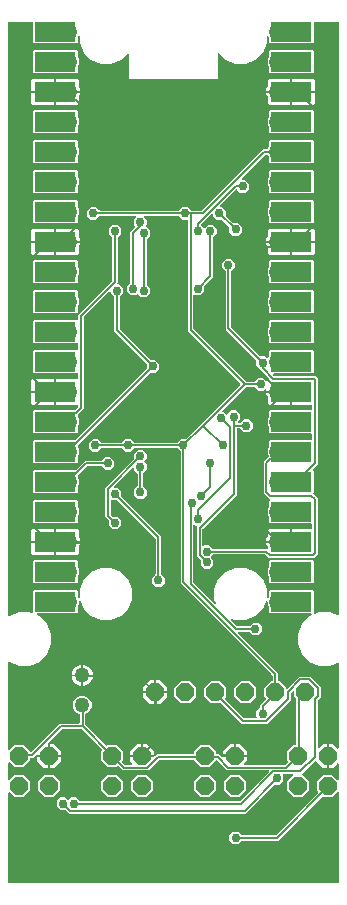
<source format=gbr>
G04 EAGLE Gerber RS-274X export*
G75*
%MOMM*%
%FSLAX34Y34*%
%LPD*%
%INTop Copper*%
%IPPOS*%
%AMOC8*
5,1,8,0,0,1.08239X$1,22.5*%
G01*
G04 Define Apertures*
%ADD10C,1.270000*%
%ADD11P,1.64956X8X22.5*%
%ADD12C,1.508000*%
%ADD13R,3.500000X1.700000*%
%ADD14C,0.152400*%
%ADD15C,0.756400*%
G36*
X114899Y110550D02*
X114602Y110490D01*
X109467Y110490D01*
X109181Y110546D01*
X108928Y110713D01*
X106665Y112976D01*
X106507Y113206D01*
X106442Y113503D01*
X106498Y113801D01*
X106665Y114054D01*
X106934Y114322D01*
X106934Y121898D01*
X101578Y127254D01*
X94002Y127254D01*
X93733Y126985D01*
X93503Y126827D01*
X93207Y126762D01*
X92909Y126818D01*
X92656Y126985D01*
X75661Y143980D01*
X75498Y144221D01*
X75438Y144519D01*
X75438Y153359D01*
X75491Y153639D01*
X75657Y153894D01*
X75908Y154063D01*
X77240Y154615D01*
X79455Y156830D01*
X80654Y159724D01*
X80654Y162856D01*
X79455Y165750D01*
X77240Y167965D01*
X74346Y169164D01*
X71214Y169164D01*
X68320Y167965D01*
X66105Y165750D01*
X64906Y162856D01*
X64906Y159724D01*
X66105Y156830D01*
X68320Y154615D01*
X70396Y153755D01*
X70634Y153598D01*
X70806Y153348D01*
X70866Y153051D01*
X70866Y146304D01*
X70815Y146029D01*
X70651Y145774D01*
X70401Y145602D01*
X70104Y145542D01*
X53917Y145542D01*
X29756Y121381D01*
X29515Y121218D01*
X29217Y121158D01*
X28956Y121158D01*
X28681Y121209D01*
X28426Y121373D01*
X28254Y121623D01*
X28200Y121892D01*
X22838Y127254D01*
X15262Y127254D01*
X11461Y123452D01*
X11241Y123299D01*
X10946Y123230D01*
X10647Y123280D01*
X10392Y123444D01*
X10220Y123694D01*
X10160Y123991D01*
X10160Y197169D01*
X10209Y197438D01*
X10370Y197695D01*
X10619Y197868D01*
X10916Y197931D01*
X11214Y197873D01*
X19333Y194510D01*
X28347Y194510D01*
X36676Y197960D01*
X43050Y204334D01*
X46500Y212663D01*
X46500Y221677D01*
X43050Y230006D01*
X36676Y236380D01*
X34576Y237250D01*
X34355Y237390D01*
X34176Y237635D01*
X34106Y237930D01*
X34157Y238229D01*
X34320Y238484D01*
X34570Y238656D01*
X34868Y238716D01*
X67991Y238716D01*
X68884Y239609D01*
X68884Y244033D01*
X68942Y244325D01*
X70024Y246937D01*
X70024Y248359D01*
X70069Y248616D01*
X70226Y248875D01*
X70472Y249053D01*
X70768Y249120D01*
X71066Y249067D01*
X71321Y248902D01*
X71490Y248650D01*
X74074Y242413D01*
X80307Y236179D01*
X88452Y232805D01*
X97268Y232805D01*
X105413Y236179D01*
X111646Y242413D01*
X115020Y250557D01*
X115020Y259373D01*
X111646Y267518D01*
X105413Y273752D01*
X97268Y277125D01*
X88452Y277125D01*
X80307Y273752D01*
X74074Y267518D01*
X70700Y259373D01*
X70700Y252742D01*
X70655Y252484D01*
X70498Y252225D01*
X70252Y252047D01*
X69956Y251980D01*
X69658Y252033D01*
X69404Y252199D01*
X69234Y252450D01*
X68942Y253155D01*
X68884Y253447D01*
X68884Y257871D01*
X67991Y258764D01*
X31729Y258764D01*
X30836Y257871D01*
X30836Y239940D01*
X30787Y239671D01*
X30626Y239414D01*
X30377Y239240D01*
X30080Y239178D01*
X29782Y239236D01*
X28347Y239830D01*
X19333Y239830D01*
X11214Y236467D01*
X10946Y236409D01*
X10647Y236460D01*
X10392Y236624D01*
X10220Y236874D01*
X10160Y237171D01*
X10160Y739078D01*
X10211Y739353D01*
X10375Y739608D01*
X10625Y739780D01*
X10922Y739840D01*
X30074Y739840D01*
X30349Y739789D01*
X30604Y739625D01*
X30776Y739375D01*
X30836Y739078D01*
X30836Y722209D01*
X31729Y721316D01*
X67991Y721316D01*
X68884Y722209D01*
X68884Y726633D01*
X68942Y726925D01*
X69234Y727630D01*
X69374Y727851D01*
X69619Y728030D01*
X69914Y728100D01*
X70213Y728049D01*
X70468Y727886D01*
X70640Y727635D01*
X70700Y727338D01*
X70700Y721697D01*
X74074Y713553D01*
X80307Y707319D01*
X88452Y703945D01*
X97268Y703945D01*
X105413Y707319D01*
X110924Y712830D01*
X111144Y712983D01*
X111439Y713053D01*
X111738Y713002D01*
X111993Y712839D01*
X112165Y712589D01*
X112225Y712292D01*
X112225Y691467D01*
X112234Y691412D01*
X112237Y691411D01*
X112277Y691405D01*
X187433Y691405D01*
X187488Y691414D01*
X187489Y691417D01*
X187495Y691457D01*
X187495Y712292D01*
X187542Y712555D01*
X187701Y712813D01*
X187949Y712988D01*
X188245Y713054D01*
X188543Y712998D01*
X188796Y712830D01*
X194307Y707319D01*
X202452Y703945D01*
X211268Y703945D01*
X219413Y707319D01*
X225646Y713553D01*
X229020Y721697D01*
X229020Y727338D01*
X229065Y727596D01*
X229222Y727855D01*
X229468Y728033D01*
X229764Y728100D01*
X230062Y728047D01*
X230317Y727881D01*
X230486Y727630D01*
X230778Y726925D01*
X230836Y726633D01*
X230836Y722209D01*
X231729Y721316D01*
X267991Y721316D01*
X268884Y722209D01*
X268884Y739078D01*
X268935Y739353D01*
X269099Y739608D01*
X269349Y739780D01*
X269646Y739840D01*
X289078Y739840D01*
X289353Y739789D01*
X289608Y739625D01*
X289780Y739375D01*
X289840Y739078D01*
X289840Y237867D01*
X289791Y237598D01*
X289630Y237341D01*
X289381Y237168D01*
X289084Y237105D01*
X288786Y237163D01*
X282347Y239830D01*
X273333Y239830D01*
X269655Y238307D01*
X269400Y238250D01*
X269100Y238296D01*
X268842Y238455D01*
X268667Y238702D01*
X268602Y238999D01*
X268657Y239297D01*
X268825Y239550D01*
X268884Y239609D01*
X268884Y257871D01*
X267991Y258764D01*
X231729Y258764D01*
X230836Y257871D01*
X230836Y253447D01*
X230778Y253155D01*
X230496Y252474D01*
X230356Y252253D01*
X230111Y252074D01*
X229816Y252004D01*
X229517Y252055D01*
X229262Y252219D01*
X229090Y252469D01*
X229030Y252766D01*
X229030Y259373D01*
X225656Y267518D01*
X219423Y273752D01*
X211278Y277125D01*
X202462Y277125D01*
X194317Y273752D01*
X188084Y267518D01*
X184710Y259373D01*
X184710Y250557D01*
X185924Y247626D01*
X185981Y247371D01*
X185935Y247071D01*
X185776Y246813D01*
X185529Y246637D01*
X185232Y246572D01*
X184934Y246628D01*
X184681Y246795D01*
X167101Y264376D01*
X166938Y264617D01*
X166878Y264915D01*
X166878Y312983D01*
X166925Y313246D01*
X167084Y313504D01*
X167332Y313679D01*
X167628Y313744D01*
X167926Y313689D01*
X168179Y313521D01*
X168490Y313210D01*
X169453Y313210D01*
X169717Y313163D01*
X169975Y313004D01*
X170150Y312756D01*
X170215Y312460D01*
X170160Y312162D01*
X169992Y311909D01*
X169926Y311843D01*
X169926Y287089D01*
X172779Y284236D01*
X172942Y283995D01*
X173002Y283697D01*
X173002Y279742D01*
X176110Y276634D01*
X180506Y276634D01*
X183614Y279742D01*
X183614Y284138D01*
X181779Y285973D01*
X181621Y286204D01*
X181556Y286500D01*
X181611Y286798D01*
X181779Y287051D01*
X183303Y288575D01*
X183544Y288738D01*
X183841Y288798D01*
X227337Y288798D01*
X227623Y288742D01*
X227876Y288575D01*
X230701Y285750D01*
X269171Y285750D01*
X272034Y288613D01*
X272034Y336227D01*
X268507Y339754D01*
X268349Y339984D01*
X268284Y340281D01*
X268339Y340579D01*
X268507Y340832D01*
X268884Y341209D01*
X268884Y359471D01*
X268327Y360028D01*
X268169Y360259D01*
X268104Y360555D01*
X268159Y360853D01*
X268327Y361106D01*
X272034Y364813D01*
X272034Y438335D01*
X270695Y439674D01*
X235959Y439674D01*
X235673Y439730D01*
X235420Y439897D01*
X234702Y440615D01*
X234549Y440835D01*
X234479Y441130D01*
X234530Y441429D01*
X234693Y441684D01*
X234943Y441856D01*
X235241Y441916D01*
X267991Y441916D01*
X268884Y442809D01*
X268884Y461071D01*
X267991Y461964D01*
X231729Y461964D01*
X230836Y461071D01*
X230836Y456647D01*
X230778Y456355D01*
X230344Y455306D01*
X230195Y455077D01*
X229948Y454901D01*
X229652Y454836D01*
X229354Y454892D01*
X229101Y455059D01*
X227750Y456410D01*
X223795Y456410D01*
X223509Y456466D01*
X223256Y456633D01*
X199105Y480784D01*
X198942Y481025D01*
X198882Y481323D01*
X198882Y527867D01*
X198938Y528153D01*
X199105Y528405D01*
X201902Y531202D01*
X201902Y535598D01*
X198794Y538706D01*
X194398Y538706D01*
X191290Y535598D01*
X191290Y531202D01*
X194087Y528405D01*
X194250Y528164D01*
X194310Y527867D01*
X194310Y479113D01*
X220023Y453400D01*
X220186Y453159D01*
X220246Y452861D01*
X220246Y448906D01*
X223043Y446109D01*
X223206Y445868D01*
X223262Y445589D01*
X230751Y438100D01*
X230909Y437870D01*
X230974Y437574D01*
X230918Y437276D01*
X230751Y437023D01*
X229678Y435950D01*
X229614Y435846D01*
X229366Y435671D01*
X229070Y435606D01*
X228772Y435661D01*
X228519Y435829D01*
X226226Y438122D01*
X221830Y438122D01*
X219033Y435325D01*
X218792Y435162D01*
X218495Y435102D01*
X211575Y435102D01*
X211289Y435158D01*
X211036Y435325D01*
X167101Y479260D01*
X166938Y479501D01*
X166878Y479799D01*
X166878Y508055D01*
X166925Y508318D01*
X167084Y508576D01*
X167332Y508751D01*
X167628Y508816D01*
X167926Y508761D01*
X168179Y508593D01*
X168490Y508282D01*
X172886Y508282D01*
X175994Y511390D01*
X175994Y515345D01*
X176050Y515631D01*
X176217Y515884D01*
X183642Y523309D01*
X183642Y556823D01*
X183698Y557109D01*
X183865Y557361D01*
X186662Y560158D01*
X186662Y564554D01*
X183554Y567662D01*
X179158Y567662D01*
X176561Y565065D01*
X176330Y564907D01*
X176034Y564842D01*
X175736Y564897D01*
X175483Y565065D01*
X173547Y567001D01*
X173389Y567231D01*
X173324Y567527D01*
X173380Y567825D01*
X173547Y568078D01*
X182369Y576900D01*
X182589Y577053D01*
X182884Y577123D01*
X183183Y577072D01*
X183438Y576909D01*
X183610Y576659D01*
X183670Y576361D01*
X183670Y575398D01*
X186778Y572290D01*
X190733Y572290D01*
X191019Y572234D01*
X191272Y572067D01*
X197163Y566176D01*
X197326Y565935D01*
X197386Y565637D01*
X197386Y561682D01*
X200494Y558574D01*
X204890Y558574D01*
X207998Y561682D01*
X207998Y566078D01*
X204890Y569186D01*
X200935Y569186D01*
X200649Y569242D01*
X200396Y569409D01*
X194505Y575300D01*
X194342Y575541D01*
X194282Y575839D01*
X194282Y579794D01*
X191174Y582902D01*
X190211Y582902D01*
X189947Y582949D01*
X189689Y583108D01*
X189514Y583356D01*
X189449Y583652D01*
X189504Y583950D01*
X189672Y584203D01*
X203066Y597597D01*
X203296Y597755D01*
X203592Y597820D01*
X203891Y597764D01*
X204143Y597597D01*
X206590Y595150D01*
X210986Y595150D01*
X214094Y598258D01*
X214094Y602654D01*
X210986Y605762D01*
X208499Y605762D01*
X208235Y605809D01*
X207977Y605968D01*
X207802Y606216D01*
X207737Y606512D01*
X207792Y606810D01*
X207960Y607063D01*
X227800Y626903D01*
X228041Y627066D01*
X228339Y627126D01*
X229523Y627126D01*
X229803Y627073D01*
X230057Y626907D01*
X230227Y626656D01*
X230778Y625325D01*
X230836Y625033D01*
X230836Y620609D01*
X231729Y619716D01*
X267991Y619716D01*
X268884Y620609D01*
X268884Y638871D01*
X267991Y639764D01*
X231729Y639764D01*
X230836Y638871D01*
X230836Y634447D01*
X230778Y634155D01*
X229955Y632168D01*
X229798Y631930D01*
X229548Y631758D01*
X229251Y631698D01*
X226129Y631698D01*
X174536Y580105D01*
X174295Y579942D01*
X173997Y579882D01*
X165553Y579882D01*
X165267Y579938D01*
X165015Y580105D01*
X162218Y582902D01*
X157822Y582902D01*
X155025Y580105D01*
X154784Y579942D01*
X154487Y579882D01*
X87829Y579882D01*
X87543Y579938D01*
X87291Y580105D01*
X84494Y582902D01*
X80098Y582902D01*
X76990Y579794D01*
X76990Y575398D01*
X80098Y572290D01*
X84494Y572290D01*
X87291Y575087D01*
X87532Y575250D01*
X87829Y575310D01*
X117911Y575310D01*
X118174Y575263D01*
X118432Y575104D01*
X118607Y574856D01*
X118672Y574560D01*
X118617Y574262D01*
X118449Y574009D01*
X116614Y572174D01*
X116614Y567778D01*
X117537Y566855D01*
X117695Y566625D01*
X117760Y566329D01*
X117704Y566031D01*
X117537Y565778D01*
X113538Y561779D01*
X113538Y519121D01*
X113482Y518835D01*
X113315Y518583D01*
X110518Y515786D01*
X110518Y511390D01*
X113626Y508282D01*
X118022Y508282D01*
X119095Y509355D01*
X119326Y509513D01*
X119622Y509578D01*
X119920Y509523D01*
X120173Y509355D01*
X122770Y506758D01*
X127166Y506758D01*
X130274Y509866D01*
X130274Y514262D01*
X127477Y517059D01*
X127314Y517300D01*
X127254Y517597D01*
X127254Y555299D01*
X127310Y555585D01*
X127477Y555837D01*
X130274Y558634D01*
X130274Y563030D01*
X127049Y566255D01*
X126904Y566344D01*
X126729Y566592D01*
X126664Y566888D01*
X126719Y567186D01*
X126887Y567439D01*
X127226Y567778D01*
X127226Y572174D01*
X125391Y574009D01*
X125238Y574229D01*
X125168Y574524D01*
X125219Y574823D01*
X125382Y575078D01*
X125632Y575250D01*
X125929Y575310D01*
X154487Y575310D01*
X154773Y575254D01*
X155025Y575087D01*
X157822Y572290D01*
X161544Y572290D01*
X161819Y572239D01*
X162074Y572075D01*
X162246Y571825D01*
X162306Y571528D01*
X162306Y477589D01*
X206540Y433355D01*
X206698Y433124D01*
X206763Y432828D01*
X206708Y432530D01*
X206540Y432277D01*
X160792Y386529D01*
X160551Y386366D01*
X160253Y386306D01*
X156298Y386306D01*
X153501Y383509D01*
X153260Y383346D01*
X152963Y383286D01*
X116785Y383286D01*
X116499Y383342D01*
X116247Y383509D01*
X113450Y386306D01*
X109054Y386306D01*
X106257Y383509D01*
X106016Y383346D01*
X105719Y383286D01*
X89353Y383286D01*
X89067Y383342D01*
X88815Y383509D01*
X86018Y386306D01*
X81622Y386306D01*
X78514Y383198D01*
X78514Y378802D01*
X81622Y375694D01*
X86018Y375694D01*
X88815Y378491D01*
X89056Y378654D01*
X89353Y378714D01*
X105719Y378714D01*
X106005Y378658D01*
X106257Y378491D01*
X109054Y375694D01*
X113450Y375694D01*
X116247Y378491D01*
X116488Y378654D01*
X116785Y378714D01*
X152963Y378714D01*
X153249Y378658D01*
X153501Y378491D01*
X155987Y376005D01*
X156150Y375764D01*
X156210Y375467D01*
X156210Y264229D01*
X233711Y186728D01*
X233874Y186487D01*
X233934Y186189D01*
X233934Y181991D01*
X233883Y181716D01*
X233719Y181461D01*
X233469Y181289D01*
X233172Y181229D01*
X232432Y181229D01*
X227076Y175873D01*
X227076Y168297D01*
X228297Y167076D01*
X228455Y166846D01*
X228521Y166549D01*
X228465Y166251D01*
X228297Y165998D01*
X223266Y160967D01*
X223266Y159457D01*
X223210Y159171D01*
X223043Y158919D01*
X220246Y156122D01*
X220246Y151726D01*
X220557Y151415D01*
X220710Y151195D01*
X220780Y150900D01*
X220729Y150601D01*
X220566Y150346D01*
X220316Y150174D01*
X220019Y150114D01*
X210051Y150114D01*
X209765Y150170D01*
X209512Y150337D01*
X193597Y166252D01*
X193439Y166483D01*
X193373Y166779D01*
X193429Y167077D01*
X193597Y167330D01*
X194564Y168297D01*
X194564Y175873D01*
X189208Y181229D01*
X181632Y181229D01*
X176276Y175873D01*
X176276Y168297D01*
X181632Y162941D01*
X189208Y162941D01*
X189286Y163019D01*
X189517Y163177D01*
X189813Y163243D01*
X190111Y163187D01*
X190364Y163019D01*
X207841Y145542D01*
X229547Y145542D01*
X249174Y165169D01*
X249174Y170949D01*
X249230Y171235D01*
X249397Y171488D01*
X251175Y173266D01*
X251395Y173419D01*
X251690Y173489D01*
X251989Y173438D01*
X252244Y173275D01*
X252416Y173025D01*
X252476Y172727D01*
X252476Y168297D01*
X253523Y167251D01*
X253686Y167009D01*
X253746Y166712D01*
X253746Y128016D01*
X253695Y127741D01*
X253531Y127486D01*
X253281Y127314D01*
X252984Y127254D01*
X251482Y127254D01*
X246126Y121898D01*
X246126Y114322D01*
X246649Y113799D01*
X246807Y113569D01*
X246872Y113273D01*
X246816Y112975D01*
X246649Y112722D01*
X244640Y110713D01*
X244399Y110550D01*
X244101Y110490D01*
X210518Y110490D01*
X210255Y110537D01*
X209997Y110696D01*
X209821Y110944D01*
X209756Y111240D01*
X209812Y111538D01*
X209979Y111791D01*
X212090Y113902D01*
X212090Y117348D01*
X191389Y117348D01*
X191389Y117457D01*
X191316Y117406D01*
X191020Y117341D01*
X190722Y117396D01*
X190469Y117564D01*
X188399Y119634D01*
X186436Y119634D01*
X186161Y119685D01*
X185906Y119849D01*
X185734Y120099D01*
X185674Y120396D01*
X185674Y121898D01*
X180318Y127254D01*
X172742Y127254D01*
X167386Y121898D01*
X167386Y120396D01*
X167335Y120121D01*
X167171Y119866D01*
X166921Y119694D01*
X166624Y119634D01*
X136213Y119634D01*
X134651Y118072D01*
X134431Y117919D01*
X134136Y117849D01*
X133837Y117900D01*
X133731Y117968D01*
X133731Y117348D01*
X113030Y117348D01*
X113030Y113902D01*
X115141Y111791D01*
X115294Y111571D01*
X115364Y111276D01*
X115313Y110977D01*
X115149Y110722D01*
X114899Y110550D01*
G37*
%LPC*%
G36*
X231729Y695916D02*
X267991Y695916D01*
X268884Y696809D01*
X268884Y715071D01*
X267991Y715964D01*
X231729Y715964D01*
X230836Y715071D01*
X230836Y710647D01*
X230778Y710355D01*
X229696Y707743D01*
X229696Y704137D01*
X230778Y701525D01*
X230836Y701233D01*
X230836Y696809D01*
X231729Y695916D01*
G37*
G36*
X31729Y695916D02*
X67991Y695916D01*
X68884Y696809D01*
X68884Y701233D01*
X68942Y701525D01*
X70024Y704137D01*
X70024Y707743D01*
X68942Y710355D01*
X68884Y710647D01*
X68884Y715071D01*
X67991Y715964D01*
X31729Y715964D01*
X30836Y715071D01*
X30836Y696809D01*
X31729Y695916D01*
G37*
G36*
X250622Y681302D02*
X269900Y681302D01*
X269900Y690092D01*
X268412Y691580D01*
X250622Y691580D01*
X250622Y681302D01*
G37*
G36*
X50622Y669500D02*
X68412Y669500D01*
X69900Y670988D01*
X69900Y675631D01*
X69958Y675923D01*
X71040Y678535D01*
X71040Y679778D01*
X60198Y679778D01*
X60198Y681302D01*
X71040Y681302D01*
X71040Y682545D01*
X69958Y685157D01*
X69900Y685449D01*
X69900Y690092D01*
X68412Y691580D01*
X50622Y691580D01*
X50622Y669500D01*
G37*
G36*
X231308Y669500D02*
X249098Y669500D01*
X249098Y691580D01*
X231308Y691580D01*
X229820Y690092D01*
X229820Y685449D01*
X229762Y685157D01*
X228680Y682545D01*
X228680Y681302D01*
X239522Y681302D01*
X239522Y679778D01*
X228680Y679778D01*
X228680Y678535D01*
X229762Y675923D01*
X229820Y675631D01*
X229820Y670988D01*
X231308Y669500D01*
G37*
G36*
X29820Y681302D02*
X49098Y681302D01*
X49098Y691580D01*
X31308Y691580D01*
X29820Y690092D01*
X29820Y681302D01*
G37*
G36*
X250622Y669500D02*
X268412Y669500D01*
X269900Y670988D01*
X269900Y679778D01*
X250622Y679778D01*
X250622Y669500D01*
G37*
G36*
X31308Y669500D02*
X49098Y669500D01*
X49098Y679778D01*
X29820Y679778D01*
X29820Y670988D01*
X31308Y669500D01*
G37*
G36*
X31729Y645116D02*
X67991Y645116D01*
X68884Y646009D01*
X68884Y650433D01*
X68942Y650725D01*
X70024Y653337D01*
X70024Y656943D01*
X68942Y659555D01*
X68884Y659847D01*
X68884Y664271D01*
X67991Y665164D01*
X31729Y665164D01*
X30836Y664271D01*
X30836Y646009D01*
X31729Y645116D01*
G37*
G36*
X231729Y645116D02*
X267991Y645116D01*
X268884Y646009D01*
X268884Y664271D01*
X267991Y665164D01*
X231729Y665164D01*
X230836Y664271D01*
X230836Y659847D01*
X230778Y659555D01*
X229696Y656943D01*
X229696Y653337D01*
X230778Y650725D01*
X230836Y650433D01*
X230836Y646009D01*
X231729Y645116D01*
G37*
G36*
X31729Y619716D02*
X67991Y619716D01*
X68884Y620609D01*
X68884Y625033D01*
X68942Y625325D01*
X70024Y627937D01*
X70024Y631543D01*
X68942Y634155D01*
X68884Y634447D01*
X68884Y638871D01*
X67991Y639764D01*
X31729Y639764D01*
X30836Y638871D01*
X30836Y620609D01*
X31729Y619716D01*
G37*
G36*
X231729Y594316D02*
X267991Y594316D01*
X268884Y595209D01*
X268884Y613471D01*
X267991Y614364D01*
X231729Y614364D01*
X230836Y613471D01*
X230836Y609047D01*
X230778Y608755D01*
X229696Y606143D01*
X229696Y602537D01*
X230778Y599925D01*
X230836Y599633D01*
X230836Y595209D01*
X231729Y594316D01*
G37*
G36*
X31729Y594316D02*
X67991Y594316D01*
X68884Y595209D01*
X68884Y599633D01*
X68942Y599925D01*
X70024Y602537D01*
X70024Y606143D01*
X68942Y608755D01*
X68884Y609047D01*
X68884Y613471D01*
X67991Y614364D01*
X31729Y614364D01*
X30836Y613471D01*
X30836Y595209D01*
X31729Y594316D01*
G37*
G36*
X231729Y568916D02*
X267991Y568916D01*
X268884Y569809D01*
X268884Y588071D01*
X267991Y588964D01*
X231729Y588964D01*
X230836Y588071D01*
X230836Y583647D01*
X230778Y583355D01*
X229696Y580743D01*
X229696Y577137D01*
X230778Y574525D01*
X230836Y574233D01*
X230836Y569809D01*
X231729Y568916D01*
G37*
G36*
X31729Y568916D02*
X67991Y568916D01*
X68884Y569809D01*
X68884Y574233D01*
X68942Y574525D01*
X70024Y577137D01*
X70024Y580743D01*
X68942Y583355D01*
X68884Y583647D01*
X68884Y588071D01*
X67991Y588964D01*
X31729Y588964D01*
X30836Y588071D01*
X30836Y569809D01*
X31729Y568916D01*
G37*
G36*
X31729Y365716D02*
X67991Y365716D01*
X68884Y366609D01*
X68884Y371033D01*
X68942Y371325D01*
X70024Y373937D01*
X70024Y377543D01*
X68942Y380155D01*
X68884Y380447D01*
X68884Y380803D01*
X68940Y381089D01*
X69107Y381342D01*
X130292Y442527D01*
X130533Y442690D01*
X130831Y442750D01*
X134786Y442750D01*
X137894Y445858D01*
X137894Y450254D01*
X134786Y453362D01*
X130831Y453362D01*
X130545Y453418D01*
X130292Y453585D01*
X104617Y479260D01*
X104454Y479501D01*
X104394Y479799D01*
X104394Y506531D01*
X104450Y506817D01*
X104617Y507069D01*
X107414Y509866D01*
X107414Y514262D01*
X104306Y517370D01*
X103343Y517370D01*
X103079Y517417D01*
X102821Y517576D01*
X102646Y517824D01*
X102581Y518120D01*
X102636Y518418D01*
X102804Y518671D01*
X102870Y518737D01*
X102870Y556823D01*
X102926Y557109D01*
X103093Y557361D01*
X105890Y560158D01*
X105890Y564554D01*
X102782Y567662D01*
X98386Y567662D01*
X95278Y564554D01*
X95278Y560158D01*
X98075Y557361D01*
X98238Y557120D01*
X98298Y556823D01*
X98298Y520947D01*
X98242Y520661D01*
X98075Y520408D01*
X69342Y491675D01*
X69342Y487853D01*
X69295Y487590D01*
X69136Y487332D01*
X68888Y487156D01*
X68592Y487091D01*
X68294Y487147D01*
X68041Y487314D01*
X67991Y487364D01*
X31729Y487364D01*
X30836Y486471D01*
X30836Y468209D01*
X31729Y467316D01*
X67991Y467316D01*
X68041Y467366D01*
X68261Y467519D01*
X68556Y467589D01*
X68855Y467538D01*
X69110Y467374D01*
X69282Y467124D01*
X69342Y466827D01*
X69342Y462453D01*
X69295Y462190D01*
X69136Y461932D01*
X68888Y461756D01*
X68592Y461691D01*
X68294Y461747D01*
X68041Y461914D01*
X67991Y461964D01*
X31729Y461964D01*
X30836Y461071D01*
X30836Y442809D01*
X31729Y441916D01*
X67991Y441916D01*
X68041Y441966D01*
X68261Y442119D01*
X68556Y442189D01*
X68855Y442138D01*
X69110Y441974D01*
X69282Y441724D01*
X69342Y441427D01*
X69342Y438342D01*
X69291Y438067D01*
X69127Y437812D01*
X68877Y437640D01*
X68580Y437580D01*
X50622Y437580D01*
X50622Y415500D01*
X68580Y415500D01*
X68855Y415449D01*
X69110Y415285D01*
X69282Y415035D01*
X69342Y414738D01*
X69342Y414267D01*
X69286Y413981D01*
X69119Y413728D01*
X66778Y411387D01*
X66537Y411224D01*
X66239Y411164D01*
X31729Y411164D01*
X30836Y410271D01*
X30836Y392009D01*
X31729Y391116D01*
X67991Y391116D01*
X68884Y392009D01*
X68884Y396433D01*
X68942Y396725D01*
X70024Y399337D01*
X70024Y402943D01*
X68942Y405555D01*
X68884Y405847D01*
X68884Y406711D01*
X68940Y406997D01*
X69107Y407250D01*
X73914Y412057D01*
X73914Y489465D01*
X73970Y489751D01*
X74137Y490004D01*
X95501Y511368D01*
X95721Y511521D01*
X96016Y511591D01*
X96315Y511540D01*
X96570Y511377D01*
X96742Y511127D01*
X96802Y510829D01*
X96802Y509866D01*
X99599Y507069D01*
X99762Y506828D01*
X99822Y506531D01*
X99822Y477589D01*
X127059Y450352D01*
X127222Y450111D01*
X127282Y449813D01*
X127282Y446299D01*
X127226Y446013D01*
X127059Y445760D01*
X67286Y385987D01*
X67045Y385824D01*
X66747Y385764D01*
X31729Y385764D01*
X30836Y384871D01*
X30836Y366609D01*
X31729Y365716D01*
G37*
G36*
X231308Y542500D02*
X249098Y542500D01*
X249098Y564580D01*
X231308Y564580D01*
X229820Y563092D01*
X229820Y558449D01*
X229762Y558157D01*
X228680Y555545D01*
X228680Y554302D01*
X239522Y554302D01*
X239522Y552778D01*
X228680Y552778D01*
X228680Y551535D01*
X229762Y548923D01*
X229820Y548631D01*
X229820Y543988D01*
X231308Y542500D01*
G37*
G36*
X50622Y542500D02*
X68412Y542500D01*
X69900Y543988D01*
X69900Y548631D01*
X69958Y548923D01*
X71040Y551535D01*
X71040Y552778D01*
X60198Y552778D01*
X60198Y554302D01*
X71040Y554302D01*
X71040Y555545D01*
X69958Y558157D01*
X69900Y558449D01*
X69900Y563092D01*
X68412Y564580D01*
X50622Y564580D01*
X50622Y542500D01*
G37*
G36*
X250622Y554302D02*
X269900Y554302D01*
X269900Y563092D01*
X268412Y564580D01*
X250622Y564580D01*
X250622Y554302D01*
G37*
G36*
X29820Y554302D02*
X49098Y554302D01*
X49098Y564580D01*
X31308Y564580D01*
X29820Y563092D01*
X29820Y554302D01*
G37*
G36*
X250622Y542500D02*
X268412Y542500D01*
X269900Y543988D01*
X269900Y552778D01*
X250622Y552778D01*
X250622Y542500D01*
G37*
G36*
X31308Y542500D02*
X49098Y542500D01*
X49098Y552778D01*
X29820Y552778D01*
X29820Y543988D01*
X31308Y542500D01*
G37*
G36*
X231729Y518116D02*
X267991Y518116D01*
X268884Y519009D01*
X268884Y537271D01*
X267991Y538164D01*
X231729Y538164D01*
X230836Y537271D01*
X230836Y532847D01*
X230778Y532555D01*
X229696Y529943D01*
X229696Y526337D01*
X230778Y523725D01*
X230836Y523433D01*
X230836Y519009D01*
X231729Y518116D01*
G37*
G36*
X31729Y518116D02*
X67991Y518116D01*
X68884Y519009D01*
X68884Y523433D01*
X68942Y523725D01*
X70024Y526337D01*
X70024Y529943D01*
X68942Y532555D01*
X68884Y532847D01*
X68884Y537271D01*
X67991Y538164D01*
X31729Y538164D01*
X30836Y537271D01*
X30836Y519009D01*
X31729Y518116D01*
G37*
G36*
X31729Y492716D02*
X67991Y492716D01*
X68884Y493609D01*
X68884Y498033D01*
X68942Y498325D01*
X70024Y500937D01*
X70024Y504543D01*
X68942Y507155D01*
X68884Y507447D01*
X68884Y511871D01*
X67991Y512764D01*
X31729Y512764D01*
X30836Y511871D01*
X30836Y493609D01*
X31729Y492716D01*
G37*
G36*
X231729Y492716D02*
X267991Y492716D01*
X268884Y493609D01*
X268884Y511871D01*
X267991Y512764D01*
X231729Y512764D01*
X230836Y511871D01*
X230836Y507447D01*
X230778Y507155D01*
X229696Y504543D01*
X229696Y500937D01*
X230778Y498325D01*
X230836Y498033D01*
X230836Y493609D01*
X231729Y492716D01*
G37*
G36*
X231729Y467316D02*
X267991Y467316D01*
X268884Y468209D01*
X268884Y486471D01*
X267991Y487364D01*
X231729Y487364D01*
X230836Y486471D01*
X230836Y482047D01*
X230778Y481755D01*
X229696Y479143D01*
X229696Y475537D01*
X230778Y472925D01*
X230836Y472633D01*
X230836Y468209D01*
X231729Y467316D01*
G37*
G36*
X29820Y427302D02*
X49098Y427302D01*
X49098Y437580D01*
X31308Y437580D01*
X29820Y436092D01*
X29820Y427302D01*
G37*
G36*
X31308Y415500D02*
X49098Y415500D01*
X49098Y425778D01*
X29820Y425778D01*
X29820Y416988D01*
X31308Y415500D01*
G37*
G36*
X134962Y261394D02*
X139358Y261394D01*
X142466Y264502D01*
X142466Y268898D01*
X139669Y271695D01*
X139506Y271936D01*
X139446Y272233D01*
X139446Y304223D01*
X106113Y337556D01*
X105950Y337797D01*
X105890Y338095D01*
X105890Y342050D01*
X102782Y345158D01*
X100295Y345158D01*
X100031Y345205D01*
X99773Y345364D01*
X99598Y345612D01*
X99533Y345908D01*
X99588Y346206D01*
X99756Y346459D01*
X115313Y362016D01*
X115533Y362169D01*
X115828Y362239D01*
X116127Y362188D01*
X116382Y362025D01*
X116554Y361775D01*
X116614Y361477D01*
X116614Y360514D01*
X119411Y357717D01*
X119574Y357476D01*
X119634Y357179D01*
X119634Y346909D01*
X119578Y346623D01*
X119411Y346371D01*
X116614Y343574D01*
X116614Y339178D01*
X119722Y336070D01*
X124118Y336070D01*
X127226Y339178D01*
X127226Y343574D01*
X124429Y346371D01*
X124266Y346612D01*
X124206Y346909D01*
X124206Y357179D01*
X124262Y357465D01*
X124429Y357717D01*
X127226Y360514D01*
X127226Y364910D01*
X125391Y366745D01*
X125233Y366976D01*
X125168Y367272D01*
X125223Y367570D01*
X125391Y367823D01*
X127226Y369658D01*
X127226Y374054D01*
X124118Y377162D01*
X119722Y377162D01*
X116614Y374054D01*
X116614Y370099D01*
X116558Y369813D01*
X116391Y369560D01*
X92202Y345371D01*
X92202Y320617D01*
X95055Y317764D01*
X95218Y317523D01*
X95278Y317225D01*
X95278Y313270D01*
X98386Y310162D01*
X102782Y310162D01*
X105890Y313270D01*
X105890Y317666D01*
X102782Y320774D01*
X98827Y320774D01*
X98541Y320830D01*
X98288Y320997D01*
X96997Y322288D01*
X96834Y322529D01*
X96774Y322827D01*
X96774Y334319D01*
X96821Y334582D01*
X96980Y334840D01*
X97228Y335015D01*
X97524Y335080D01*
X97822Y335025D01*
X98075Y334857D01*
X98386Y334546D01*
X102341Y334546D01*
X102627Y334490D01*
X102880Y334323D01*
X134651Y302552D01*
X134814Y302311D01*
X134874Y302013D01*
X134874Y272233D01*
X134818Y271947D01*
X134651Y271695D01*
X131854Y268898D01*
X131854Y264502D01*
X134962Y261394D01*
G37*
G36*
X31729Y340316D02*
X67991Y340316D01*
X68884Y341209D01*
X68884Y345633D01*
X68942Y345925D01*
X70024Y348537D01*
X70024Y352143D01*
X68986Y354648D01*
X68928Y354928D01*
X68984Y355226D01*
X69152Y355479D01*
X76924Y363251D01*
X77165Y363414D01*
X77463Y363474D01*
X88955Y363474D01*
X89241Y363418D01*
X89493Y363251D01*
X92290Y360454D01*
X96686Y360454D01*
X99794Y363562D01*
X99794Y367958D01*
X96686Y371066D01*
X92290Y371066D01*
X89493Y368269D01*
X89252Y368106D01*
X88955Y368046D01*
X75253Y368046D01*
X67794Y360587D01*
X67553Y360424D01*
X67255Y360364D01*
X31729Y360364D01*
X30836Y359471D01*
X30836Y341209D01*
X31729Y340316D01*
G37*
G36*
X31729Y314916D02*
X67991Y314916D01*
X68884Y315809D01*
X68884Y320233D01*
X68942Y320525D01*
X70024Y323137D01*
X70024Y326743D01*
X68942Y329355D01*
X68884Y329647D01*
X68884Y334071D01*
X67991Y334964D01*
X31729Y334964D01*
X30836Y334071D01*
X30836Y315809D01*
X31729Y314916D01*
G37*
G36*
X50622Y288500D02*
X68412Y288500D01*
X69900Y289988D01*
X69900Y294631D01*
X69958Y294923D01*
X71040Y297535D01*
X71040Y298778D01*
X60198Y298778D01*
X60198Y300302D01*
X71040Y300302D01*
X71040Y301545D01*
X69958Y304157D01*
X69900Y304449D01*
X69900Y309092D01*
X68412Y310580D01*
X50622Y310580D01*
X50622Y288500D01*
G37*
G36*
X29820Y300302D02*
X49098Y300302D01*
X49098Y310580D01*
X31308Y310580D01*
X29820Y309092D01*
X29820Y300302D01*
G37*
G36*
X31308Y288500D02*
X49098Y288500D01*
X49098Y298778D01*
X29820Y298778D01*
X29820Y289988D01*
X31308Y288500D01*
G37*
G36*
X231729Y264116D02*
X267991Y264116D01*
X268884Y265009D01*
X268884Y283271D01*
X267991Y284164D01*
X231729Y284164D01*
X230836Y283271D01*
X230836Y278847D01*
X230778Y278555D01*
X229696Y275943D01*
X229696Y272337D01*
X230778Y269725D01*
X230836Y269433D01*
X230836Y265009D01*
X231729Y264116D01*
G37*
G36*
X31729Y264116D02*
X67991Y264116D01*
X68884Y265009D01*
X68884Y269433D01*
X68942Y269725D01*
X70024Y272337D01*
X70024Y275943D01*
X68942Y278555D01*
X68884Y278847D01*
X68884Y283271D01*
X67991Y284164D01*
X31729Y284164D01*
X30836Y283271D01*
X30836Y265009D01*
X31729Y264116D01*
G37*
G36*
X63890Y187052D02*
X72018Y187052D01*
X72018Y195180D01*
X71012Y195180D01*
X67744Y193827D01*
X65243Y191326D01*
X63890Y188058D01*
X63890Y187052D01*
G37*
G36*
X73542Y187052D02*
X81670Y187052D01*
X81670Y188058D01*
X80317Y191326D01*
X77816Y193827D01*
X74548Y195180D01*
X73542Y195180D01*
X73542Y187052D01*
G37*
G36*
X73542Y177400D02*
X74548Y177400D01*
X77816Y178753D01*
X80317Y181254D01*
X81670Y184522D01*
X81670Y185528D01*
X73542Y185528D01*
X73542Y177400D01*
G37*
G36*
X71012Y177400D02*
X72018Y177400D01*
X72018Y185528D01*
X63890Y185528D01*
X63890Y184522D01*
X65243Y181254D01*
X67744Y178753D01*
X71012Y177400D01*
G37*
G36*
X135382Y172847D02*
X144780Y172847D01*
X144780Y176293D01*
X138828Y182245D01*
X135382Y182245D01*
X135382Y172847D01*
G37*
G36*
X124460Y172847D02*
X133858Y172847D01*
X133858Y182245D01*
X130412Y182245D01*
X124460Y176293D01*
X124460Y172847D01*
G37*
G36*
X156232Y162941D02*
X163808Y162941D01*
X169164Y168297D01*
X169164Y175873D01*
X163808Y181229D01*
X156232Y181229D01*
X150876Y175873D01*
X150876Y168297D01*
X156232Y162941D01*
G37*
G36*
X207032Y162941D02*
X214608Y162941D01*
X219964Y168297D01*
X219964Y175873D01*
X214608Y181229D01*
X207032Y181229D01*
X201676Y175873D01*
X201676Y168297D01*
X207032Y162941D01*
G37*
G36*
X130412Y161925D02*
X133858Y161925D01*
X133858Y171323D01*
X124460Y171323D01*
X124460Y167877D01*
X130412Y161925D01*
G37*
G36*
X135382Y161925D02*
X138828Y161925D01*
X144780Y167877D01*
X144780Y171323D01*
X135382Y171323D01*
X135382Y161925D01*
G37*
G36*
X113030Y118872D02*
X122428Y118872D01*
X122428Y128270D01*
X118982Y128270D01*
X113030Y122318D01*
X113030Y118872D01*
G37*
G36*
X191770Y118872D02*
X201168Y118872D01*
X201168Y128270D01*
X197722Y128270D01*
X191770Y122318D01*
X191770Y118872D01*
G37*
G36*
X202692Y118872D02*
X212090Y118872D01*
X212090Y122318D01*
X206138Y128270D01*
X202692Y128270D01*
X202692Y118872D01*
G37*
G36*
X123952Y118872D02*
X133350Y118872D01*
X133350Y122318D01*
X127398Y128270D01*
X123952Y128270D01*
X123952Y118872D01*
G37*
%LPD*%
G36*
X229355Y293430D02*
X229058Y293370D01*
X183841Y293370D01*
X183555Y293426D01*
X183303Y293593D01*
X180506Y296390D01*
X176110Y296390D01*
X175799Y296079D01*
X175579Y295926D01*
X175284Y295856D01*
X174985Y295907D01*
X174730Y296070D01*
X174558Y296320D01*
X174498Y296617D01*
X174498Y309633D01*
X174554Y309919D01*
X174721Y310172D01*
X203454Y338905D01*
X203454Y394716D01*
X203505Y394991D01*
X203669Y395246D01*
X203919Y395418D01*
X204216Y395478D01*
X206303Y395478D01*
X206589Y395422D01*
X206841Y395255D01*
X209638Y392458D01*
X214034Y392458D01*
X217142Y395566D01*
X217142Y399962D01*
X214034Y403070D01*
X209638Y403070D01*
X206841Y400273D01*
X206600Y400110D01*
X206303Y400050D01*
X205177Y400050D01*
X204914Y400097D01*
X204656Y400256D01*
X204481Y400504D01*
X204416Y400800D01*
X204471Y401098D01*
X204639Y401351D01*
X206474Y403186D01*
X206474Y407582D01*
X203366Y410690D01*
X198970Y410690D01*
X195745Y407465D01*
X195656Y407320D01*
X195408Y407145D01*
X195112Y407080D01*
X194814Y407135D01*
X194561Y407303D01*
X192698Y409166D01*
X191735Y409166D01*
X191471Y409213D01*
X191213Y409372D01*
X191038Y409620D01*
X190973Y409916D01*
X191028Y410214D01*
X191196Y410467D01*
X211036Y430307D01*
X211277Y430470D01*
X211575Y430530D01*
X218495Y430530D01*
X218781Y430474D01*
X219033Y430307D01*
X221830Y427510D01*
X226226Y427510D01*
X227379Y428663D01*
X227599Y428816D01*
X227894Y428886D01*
X228193Y428835D01*
X228448Y428672D01*
X228620Y428422D01*
X228680Y428125D01*
X228680Y427302D01*
X239522Y427302D01*
X239522Y425778D01*
X228680Y425778D01*
X228680Y424535D01*
X229762Y421923D01*
X229820Y421631D01*
X229820Y416988D01*
X231308Y415500D01*
X249098Y415500D01*
X249098Y427302D01*
X250622Y427302D01*
X250622Y415500D01*
X266700Y415500D01*
X266975Y415449D01*
X267230Y415285D01*
X267402Y415035D01*
X267462Y414738D01*
X267462Y411926D01*
X267411Y411651D01*
X267247Y411396D01*
X266997Y411224D01*
X266700Y411164D01*
X231729Y411164D01*
X230836Y410271D01*
X230836Y405847D01*
X230778Y405555D01*
X229696Y402943D01*
X229696Y399337D01*
X230778Y396725D01*
X230836Y396433D01*
X230836Y392009D01*
X231729Y391116D01*
X266700Y391116D01*
X266975Y391065D01*
X267230Y390901D01*
X267402Y390651D01*
X267462Y390354D01*
X267462Y386526D01*
X267411Y386251D01*
X267247Y385996D01*
X266997Y385824D01*
X266700Y385764D01*
X231729Y385764D01*
X230836Y384871D01*
X230836Y380447D01*
X230778Y380155D01*
X229696Y377543D01*
X229696Y373937D01*
X230628Y371686D01*
X230686Y371407D01*
X230631Y371109D01*
X230463Y370856D01*
X226314Y366707D01*
X226314Y340429D01*
X230701Y336042D01*
X230967Y336042D01*
X231230Y335995D01*
X231488Y335836D01*
X231664Y335588D01*
X231729Y335292D01*
X231673Y334994D01*
X231506Y334741D01*
X230836Y334071D01*
X230836Y329647D01*
X230778Y329355D01*
X229696Y326743D01*
X229696Y323137D01*
X230778Y320525D01*
X230836Y320233D01*
X230836Y315809D01*
X231729Y314916D01*
X266700Y314916D01*
X266975Y314865D01*
X267230Y314701D01*
X267402Y314451D01*
X267462Y314154D01*
X267462Y311342D01*
X267411Y311067D01*
X267247Y310812D01*
X266997Y310640D01*
X266700Y310580D01*
X250622Y310580D01*
X250622Y298778D01*
X249098Y298778D01*
X249098Y310580D01*
X231308Y310580D01*
X229820Y309092D01*
X229820Y304449D01*
X229762Y304157D01*
X228680Y301545D01*
X228680Y300302D01*
X239522Y300302D01*
X239522Y298778D01*
X228680Y298778D01*
X228680Y297535D01*
X229762Y294923D01*
X229820Y294631D01*
X229820Y294132D01*
X229769Y293857D01*
X229605Y293602D01*
X229355Y293430D01*
G37*
G36*
X289375Y10220D02*
X289078Y10160D01*
X10922Y10160D01*
X10647Y10211D01*
X10392Y10375D01*
X10220Y10625D01*
X10160Y10922D01*
X10160Y86829D01*
X10207Y87092D01*
X10366Y87350D01*
X10614Y87526D01*
X10910Y87591D01*
X11208Y87535D01*
X11461Y87368D01*
X15262Y83566D01*
X22838Y83566D01*
X28194Y88922D01*
X28194Y96498D01*
X22838Y101854D01*
X15262Y101854D01*
X11461Y98052D01*
X11241Y97899D01*
X10946Y97830D01*
X10647Y97880D01*
X10392Y98044D01*
X10220Y98294D01*
X10160Y98591D01*
X10160Y112229D01*
X10207Y112492D01*
X10366Y112750D01*
X10614Y112926D01*
X10910Y112991D01*
X11208Y112935D01*
X11461Y112768D01*
X15262Y108966D01*
X22838Y108966D01*
X28194Y114322D01*
X28194Y115824D01*
X28245Y116099D01*
X28409Y116354D01*
X28659Y116526D01*
X28956Y116586D01*
X31427Y116586D01*
X32989Y118148D01*
X33209Y118301D01*
X33504Y118371D01*
X33803Y118320D01*
X33909Y118252D01*
X33909Y118872D01*
X43688Y118872D01*
X43688Y128651D01*
X44305Y128651D01*
X44254Y128724D01*
X44189Y129020D01*
X44244Y129318D01*
X44412Y129571D01*
X55588Y140747D01*
X55829Y140910D01*
X56127Y140970D01*
X71889Y140970D01*
X72175Y140914D01*
X72428Y140747D01*
X89423Y123752D01*
X89581Y123522D01*
X89646Y123226D01*
X89590Y122927D01*
X89423Y122675D01*
X88646Y121898D01*
X88646Y114322D01*
X94002Y108966D01*
X101578Y108966D01*
X102355Y109743D01*
X102585Y109901D01*
X102881Y109966D01*
X103179Y109910D01*
X103432Y109743D01*
X107257Y105918D01*
X128963Y105918D01*
X137884Y114839D01*
X138125Y115002D01*
X138423Y115062D01*
X166624Y115062D01*
X166899Y115011D01*
X167154Y114847D01*
X167326Y114597D01*
X167380Y114328D01*
X172742Y108966D01*
X180318Y108966D01*
X185806Y114454D01*
X185880Y114575D01*
X186128Y114750D01*
X186424Y114815D01*
X186722Y114760D01*
X186975Y114592D01*
X195649Y105918D01*
X230385Y105918D01*
X230649Y105871D01*
X230907Y105712D01*
X231082Y105464D01*
X231147Y105168D01*
X231092Y104870D01*
X230924Y104617D01*
X206540Y80233D01*
X206299Y80070D01*
X206001Y80010D01*
X71065Y80010D01*
X70779Y80066D01*
X70527Y80233D01*
X67730Y83030D01*
X63334Y83030D01*
X61499Y81195D01*
X61268Y81037D01*
X60972Y80972D01*
X60674Y81027D01*
X60421Y81195D01*
X58586Y83030D01*
X54190Y83030D01*
X51082Y79922D01*
X51082Y75526D01*
X54190Y72418D01*
X58145Y72418D01*
X58431Y72362D01*
X58684Y72195D01*
X61537Y69342D01*
X211259Y69342D01*
X235448Y93531D01*
X235689Y93694D01*
X235987Y93754D01*
X239942Y93754D01*
X243050Y96862D01*
X243050Y101258D01*
X242739Y101569D01*
X242586Y101789D01*
X242516Y102084D01*
X242567Y102383D01*
X242730Y102638D01*
X242980Y102810D01*
X243277Y102870D01*
X250659Y102870D01*
X250922Y102823D01*
X251180Y102664D01*
X251356Y102416D01*
X251421Y102120D01*
X251365Y101822D01*
X251198Y101569D01*
X246126Y96498D01*
X246126Y88922D01*
X251482Y83566D01*
X259057Y83566D01*
X264414Y88922D01*
X264414Y96498D01*
X258926Y101986D01*
X258805Y102060D01*
X258630Y102308D01*
X258565Y102604D01*
X258620Y102902D01*
X258788Y103155D01*
X269483Y113851D01*
X269714Y114009D01*
X270010Y114074D01*
X270308Y114018D01*
X270561Y113851D01*
X276462Y107950D01*
X279908Y107950D01*
X279908Y128270D01*
X276462Y128270D01*
X273335Y125143D01*
X273115Y124990D01*
X272820Y124921D01*
X272521Y124971D01*
X272266Y125135D01*
X272094Y125385D01*
X272034Y125682D01*
X272034Y164853D01*
X272090Y165139D01*
X272257Y165392D01*
X275082Y168217D01*
X275082Y176207D01*
X266123Y185166D01*
X256609Y185166D01*
X246665Y175222D01*
X246445Y175069D01*
X246150Y174999D01*
X245851Y175050D01*
X245596Y175213D01*
X245424Y175463D01*
X245364Y175761D01*
X245364Y175873D01*
X240008Y181229D01*
X239268Y181229D01*
X238993Y181280D01*
X238738Y181444D01*
X238566Y181694D01*
X238506Y181991D01*
X238506Y188399D01*
X204940Y221965D01*
X204787Y222185D01*
X204717Y222480D01*
X204768Y222779D01*
X204931Y223034D01*
X205181Y223206D01*
X205479Y223266D01*
X213923Y223266D01*
X214209Y223210D01*
X214461Y223043D01*
X217258Y220246D01*
X221654Y220246D01*
X224762Y223354D01*
X224762Y227750D01*
X221654Y230858D01*
X217258Y230858D01*
X214461Y228061D01*
X214220Y227898D01*
X213923Y227838D01*
X203955Y227838D01*
X203669Y227894D01*
X203416Y228061D01*
X198700Y232777D01*
X198550Y232991D01*
X198478Y233285D01*
X198526Y233585D01*
X198688Y233841D01*
X198936Y234015D01*
X199233Y234077D01*
X199531Y234020D01*
X202462Y232805D01*
X211278Y232805D01*
X219423Y236179D01*
X225656Y242413D01*
X228230Y248626D01*
X228370Y248847D01*
X228615Y249026D01*
X228910Y249096D01*
X229209Y249045D01*
X229464Y248882D01*
X229636Y248632D01*
X229696Y248334D01*
X229696Y246937D01*
X230778Y244325D01*
X230836Y244033D01*
X230836Y239609D01*
X231729Y238716D01*
X266812Y238716D01*
X267070Y238671D01*
X267329Y238514D01*
X267507Y238268D01*
X267574Y237972D01*
X267521Y237674D01*
X267355Y237420D01*
X267104Y237250D01*
X265004Y236380D01*
X258630Y230006D01*
X255180Y221677D01*
X255180Y212663D01*
X258630Y204334D01*
X265004Y197960D01*
X273333Y194510D01*
X282347Y194510D01*
X288786Y197177D01*
X289054Y197235D01*
X289353Y197184D01*
X289608Y197020D01*
X289780Y196770D01*
X289840Y196473D01*
X289840Y125148D01*
X289793Y124885D01*
X289634Y124627D01*
X289386Y124451D01*
X289090Y124386D01*
X288792Y124442D01*
X288539Y124609D01*
X284878Y128270D01*
X281432Y128270D01*
X281432Y107950D01*
X284878Y107950D01*
X288539Y111611D01*
X288759Y111764D01*
X289054Y111834D01*
X289353Y111783D01*
X289608Y111619D01*
X289780Y111369D01*
X289840Y111072D01*
X289840Y98311D01*
X289793Y98048D01*
X289634Y97790D01*
X289386Y97614D01*
X289090Y97549D01*
X288792Y97605D01*
X288539Y97772D01*
X284457Y101854D01*
X276882Y101854D01*
X271526Y96498D01*
X271526Y88922D01*
X272557Y87891D01*
X272715Y87661D01*
X272780Y87365D01*
X272724Y87067D01*
X272557Y86814D01*
X237020Y51277D01*
X236779Y51114D01*
X236481Y51054D01*
X208225Y51054D01*
X207939Y51110D01*
X207687Y51277D01*
X204890Y54074D01*
X200494Y54074D01*
X197386Y50966D01*
X197386Y46570D01*
X200494Y43462D01*
X204890Y43462D01*
X207687Y46259D01*
X207928Y46422D01*
X208225Y46482D01*
X238691Y46482D01*
X275790Y83581D01*
X276020Y83739D01*
X276316Y83804D01*
X276615Y83748D01*
X276867Y83581D01*
X276882Y83566D01*
X284457Y83566D01*
X288539Y87648D01*
X288759Y87801D01*
X289054Y87871D01*
X289353Y87820D01*
X289608Y87656D01*
X289780Y87406D01*
X289840Y87109D01*
X289840Y10922D01*
X289789Y10647D01*
X289625Y10392D01*
X289375Y10220D01*
G37*
%LPC*%
G36*
X45212Y118872D02*
X54610Y118872D01*
X54610Y122318D01*
X48658Y128270D01*
X45212Y128270D01*
X45212Y118872D01*
G37*
G36*
X45212Y107950D02*
X48658Y107950D01*
X54610Y113902D01*
X54610Y117348D01*
X45212Y117348D01*
X45212Y107950D01*
G37*
G36*
X40242Y107950D02*
X43688Y107950D01*
X43688Y117348D01*
X34290Y117348D01*
X34290Y113902D01*
X40242Y107950D01*
G37*
G36*
X198142Y83566D02*
X205718Y83566D01*
X211074Y88922D01*
X211074Y96498D01*
X205718Y101854D01*
X198142Y101854D01*
X192786Y96498D01*
X192786Y88922D01*
X198142Y83566D01*
G37*
G36*
X172742Y83566D02*
X180318Y83566D01*
X185674Y88922D01*
X185674Y96498D01*
X180318Y101854D01*
X172742Y101854D01*
X167386Y96498D01*
X167386Y88922D01*
X172742Y83566D01*
G37*
G36*
X40662Y83566D02*
X48238Y83566D01*
X53594Y88922D01*
X53594Y96498D01*
X48238Y101854D01*
X40662Y101854D01*
X35306Y96498D01*
X35306Y88922D01*
X40662Y83566D01*
G37*
G36*
X94002Y83566D02*
X101578Y83566D01*
X106934Y88922D01*
X106934Y96498D01*
X101578Y101854D01*
X94002Y101854D01*
X88646Y96498D01*
X88646Y88922D01*
X94002Y83566D01*
G37*
G36*
X119402Y83566D02*
X126978Y83566D01*
X132334Y88922D01*
X132334Y96498D01*
X126978Y101854D01*
X119402Y101854D01*
X114046Y96498D01*
X114046Y88922D01*
X119402Y83566D01*
G37*
%LPD*%
D10*
X72780Y161290D03*
X72780Y186290D03*
D11*
X160020Y172085D03*
X185420Y172085D03*
X210820Y172085D03*
X261620Y172085D03*
X134620Y172085D03*
X236220Y172085D03*
X19050Y92710D03*
X19050Y118110D03*
X44450Y92710D03*
X44450Y118110D03*
X97790Y92710D03*
X97790Y118110D03*
X123190Y92710D03*
X123190Y118110D03*
X176530Y92710D03*
X176530Y118110D03*
X201930Y92710D03*
X201930Y118110D03*
X255270Y92710D03*
X255270Y118110D03*
X280670Y92710D03*
X280670Y118110D03*
D12*
X60960Y731340D03*
X60960Y705940D03*
X60960Y578940D03*
X60960Y553540D03*
X60960Y680540D03*
X60960Y655140D03*
X60960Y604340D03*
X60960Y629740D03*
X60960Y528140D03*
X60960Y502740D03*
X60960Y477340D03*
X60960Y451940D03*
X60960Y426540D03*
X60960Y401140D03*
X60960Y375740D03*
X60960Y350340D03*
X60960Y324940D03*
X60960Y299540D03*
X60960Y274140D03*
X60960Y248740D03*
X238760Y248740D03*
X238760Y274140D03*
X238760Y299540D03*
X238760Y324940D03*
X238760Y350340D03*
X238760Y375740D03*
X238760Y401140D03*
X238760Y426540D03*
X238760Y451940D03*
X238760Y477340D03*
X238760Y502740D03*
X238760Y528140D03*
X238760Y553540D03*
X238760Y578940D03*
X238760Y604340D03*
X238760Y629740D03*
X238760Y655140D03*
X238760Y680540D03*
X238760Y705940D03*
X238760Y731340D03*
D13*
X49860Y731340D03*
X49860Y705940D03*
X49860Y680540D03*
X49860Y655140D03*
X49860Y629740D03*
X49860Y604340D03*
X49860Y578940D03*
X49860Y553540D03*
X49860Y528140D03*
X49860Y502740D03*
X49860Y477340D03*
X49860Y451940D03*
X49860Y426540D03*
X49860Y401140D03*
X49860Y375740D03*
X49860Y350340D03*
X49860Y324940D03*
X49860Y299540D03*
X49860Y274140D03*
X49860Y248740D03*
X249860Y248740D03*
X249860Y274140D03*
X249860Y299540D03*
X249860Y324940D03*
X249860Y350340D03*
X249860Y375740D03*
X249860Y401140D03*
X249860Y426540D03*
X249860Y451940D03*
X249860Y477340D03*
X249860Y502740D03*
X249860Y528140D03*
X249860Y553540D03*
X249860Y578940D03*
X249860Y604340D03*
X249860Y629740D03*
X249860Y655140D03*
X249860Y680540D03*
X249860Y705940D03*
X249860Y731340D03*
D14*
X248412Y731520D02*
X239268Y731520D01*
X238760Y731340D01*
X248412Y731520D02*
X249860Y731340D01*
X60960Y528828D02*
X50292Y528828D01*
X49860Y528140D01*
X60960Y528140D02*
X60960Y528828D01*
X196596Y548640D02*
X233172Y548640D01*
X237744Y553212D01*
X249860Y553540D01*
X239268Y553212D02*
X238760Y553540D01*
X239268Y553212D02*
X249860Y553540D01*
X248412Y426720D02*
X239268Y426720D01*
X248412Y426720D02*
X249860Y426540D01*
X239268Y426720D02*
X238760Y426540D01*
X196596Y542544D02*
X196596Y548640D01*
X196596Y542544D02*
X190500Y536448D01*
X190500Y475488D01*
X239268Y426720D01*
X238760Y426540D01*
X239268Y300228D02*
X248412Y300228D01*
X239268Y300228D02*
X238760Y299540D01*
X248412Y300228D02*
X249860Y299540D01*
X237744Y300228D02*
X220980Y316992D01*
X237744Y300228D02*
X238760Y299540D01*
X237744Y419100D02*
X237744Y425196D01*
X237744Y419100D02*
X220980Y402336D01*
X220980Y316992D01*
X237744Y425196D02*
X238760Y426540D01*
X239268Y681228D02*
X248412Y681228D01*
X239268Y681228D02*
X238760Y680540D01*
X248412Y681228D02*
X249860Y680540D01*
X60960Y553212D02*
X50292Y553212D01*
X60960Y553212D02*
X60960Y553540D01*
X50292Y553212D02*
X49860Y553540D01*
X50292Y681228D02*
X60960Y681228D01*
X50292Y681228D02*
X49860Y680540D01*
X60960Y680540D02*
X60960Y681228D01*
X60960Y559308D02*
X60960Y554736D01*
X60960Y559308D02*
X71628Y569976D01*
X71628Y669036D01*
X60960Y679704D01*
X60960Y554736D02*
X60960Y553540D01*
X60960Y679704D02*
X60960Y680540D01*
X60960Y426720D02*
X50292Y426720D01*
X49860Y426540D01*
X60960Y426540D02*
X60960Y426720D01*
X190500Y118872D02*
X201168Y118872D01*
X190500Y118872D02*
X181356Y128016D01*
X135636Y128016D02*
X132588Y128016D01*
X135636Y128016D02*
X181356Y128016D01*
X132588Y128016D02*
X123444Y118872D01*
X201168Y118872D02*
X201930Y118110D01*
X123444Y118872D02*
X123190Y118110D01*
X60960Y300228D02*
X50292Y300228D01*
X49860Y299540D01*
X60960Y299540D02*
X60960Y300228D01*
X115824Y185928D02*
X120396Y185928D01*
X115824Y185928D02*
X73152Y185928D01*
X120396Y185928D02*
X134112Y172212D01*
X73152Y185928D02*
X72780Y186290D01*
X134112Y172212D02*
X134620Y172085D01*
X82296Y298704D02*
X60960Y298704D01*
X82296Y298704D02*
X115824Y265176D01*
X115824Y185928D01*
X60960Y298704D02*
X60960Y299540D01*
X135636Y170688D02*
X135636Y128016D01*
X135636Y170688D02*
X134620Y172085D01*
X48768Y425196D02*
X44196Y425196D01*
X28956Y409956D01*
X28956Y315468D01*
X44196Y300228D01*
X48768Y300228D01*
X48768Y425196D02*
X49860Y426540D01*
X48768Y300228D02*
X49860Y299540D01*
X48768Y553212D02*
X44196Y553212D01*
X28956Y537972D01*
X28956Y440436D01*
X44196Y425196D01*
X48768Y553212D02*
X49860Y553540D01*
X49860Y426540D02*
X44196Y425196D01*
X249936Y554736D02*
X256032Y554736D01*
X269748Y568452D01*
X269748Y665988D01*
X256032Y679704D01*
X249936Y679704D01*
X249936Y554736D02*
X249860Y553540D01*
X249936Y679704D02*
X249860Y680540D01*
D15*
X196596Y548640D03*
X220980Y316992D03*
D14*
X100584Y519684D02*
X100584Y562356D01*
X100584Y519684D02*
X71628Y490728D01*
X71628Y413004D01*
X60960Y402336D01*
X60960Y401140D01*
X60960Y402336D02*
X50292Y402336D01*
X49860Y401140D01*
X60960Y401140D02*
X60960Y402336D01*
D15*
X100584Y562356D03*
D14*
X124968Y560832D02*
X124968Y512064D01*
D15*
X124968Y560832D03*
X124968Y512064D03*
D14*
X164592Y577596D02*
X175260Y577596D01*
X164592Y577596D02*
X160020Y577596D01*
X82296Y577596D01*
X175260Y577596D02*
X227076Y629412D01*
X237744Y629412D01*
X249860Y629740D01*
X239268Y629412D02*
X238760Y629740D01*
X239268Y629412D02*
X249860Y629740D01*
X225552Y160020D02*
X225552Y153924D01*
X225552Y160020D02*
X236220Y170688D01*
X236220Y172085D01*
X111252Y381000D02*
X83820Y381000D01*
X111252Y381000D02*
X158496Y381000D01*
X210312Y432816D02*
X224028Y432816D01*
X175260Y397764D02*
X158496Y381000D01*
X175260Y397764D02*
X210312Y432816D01*
X175260Y397764D02*
X192024Y381000D01*
X236220Y187452D02*
X236220Y172212D01*
X236220Y187452D02*
X158496Y265176D01*
X158496Y381000D01*
X236220Y172212D02*
X236220Y172085D01*
X164592Y478536D02*
X164592Y577596D01*
X164592Y478536D02*
X210312Y432816D01*
D15*
X82296Y577596D03*
X160020Y577596D03*
X225552Y153924D03*
X83820Y381000D03*
X111252Y381000D03*
X158496Y381000D03*
X224028Y432816D03*
X192024Y381000D03*
D14*
X73152Y160020D02*
X73152Y143256D01*
X97536Y118872D01*
X73152Y160020D02*
X72780Y161290D01*
X97536Y118872D02*
X97790Y118110D01*
X30480Y118872D02*
X19812Y118872D01*
X30480Y118872D02*
X54864Y143256D01*
X73152Y143256D01*
X19812Y118872D02*
X19050Y118110D01*
X137160Y117348D02*
X175260Y117348D01*
X137160Y117348D02*
X128016Y108204D01*
X108204Y108204D01*
X99060Y117348D01*
X175260Y117348D02*
X176530Y118110D01*
X99060Y117348D02*
X97790Y118110D01*
X239268Y705612D02*
X248412Y705612D01*
X239268Y705612D02*
X238760Y705940D01*
X248412Y705612D02*
X249860Y705940D01*
X256032Y166116D02*
X256032Y118872D01*
X256032Y166116D02*
X260604Y170688D01*
X256032Y118872D02*
X255270Y118110D01*
X260604Y170688D02*
X261620Y172085D01*
X187452Y117348D02*
X176784Y117348D01*
X187452Y117348D02*
X196596Y108204D01*
X245364Y108204D01*
X254508Y117348D01*
X176784Y117348D02*
X176530Y118110D01*
X254508Y117348D02*
X255270Y118110D01*
X60960Y502920D02*
X50292Y502920D01*
X60960Y502920D02*
X60960Y502740D01*
X50292Y502920D02*
X49860Y502740D01*
X121920Y362712D02*
X121920Y341376D01*
D15*
X121920Y362712D03*
X121920Y341376D03*
D14*
X137160Y303276D02*
X137160Y266700D01*
X137160Y303276D02*
X100584Y339852D01*
D15*
X137160Y266700D03*
X100584Y339852D03*
D14*
X94488Y365760D02*
X76200Y365760D01*
X60960Y350520D01*
X60960Y350340D01*
X60960Y350520D02*
X50292Y350520D01*
X49860Y350340D01*
X60960Y350340D02*
X60960Y350520D01*
D15*
X94488Y365760D03*
D14*
X60960Y324612D02*
X50292Y324612D01*
X60960Y324612D02*
X60960Y324940D01*
X50292Y324612D02*
X49860Y324940D01*
X202692Y563880D02*
X188976Y577596D01*
X239268Y326136D02*
X248412Y326136D01*
X249860Y324940D01*
X239268Y326136D02*
X238760Y324940D01*
D15*
X188976Y577596D03*
X202692Y563880D03*
D14*
X225552Y451104D02*
X225552Y446532D01*
X234696Y437388D01*
X269748Y437388D01*
X269748Y365760D01*
X254508Y350520D01*
X249936Y350520D01*
X249860Y350340D01*
X196596Y480060D02*
X196596Y533400D01*
X196596Y480060D02*
X225552Y451104D01*
X239268Y350520D02*
X248412Y350520D01*
X239268Y350520D02*
X238760Y350340D01*
X248412Y350520D02*
X249860Y350340D01*
D15*
X225552Y451104D03*
X196596Y533400D03*
D14*
X239268Y502920D02*
X248412Y502920D01*
X239268Y502920D02*
X238760Y502740D01*
X248412Y502920D02*
X249860Y502740D01*
X170688Y562356D02*
X170688Y568452D01*
X202692Y600456D01*
X208788Y600456D01*
D15*
X170688Y562356D03*
X208788Y600456D03*
D14*
X228600Y291084D02*
X178308Y291084D01*
X228600Y291084D02*
X231648Y288036D01*
X268224Y288036D01*
X269748Y289560D01*
X269748Y335280D01*
X266700Y338328D01*
X231648Y338328D01*
X228600Y341376D01*
X228600Y365760D01*
X237744Y374904D01*
X249860Y375740D01*
X239268Y374904D02*
X238760Y375740D01*
X239268Y374904D02*
X249860Y375740D01*
D15*
X178308Y291084D03*
D14*
X239268Y400812D02*
X248412Y400812D01*
X239268Y400812D02*
X238760Y401140D01*
X248412Y400812D02*
X249860Y401140D01*
X248412Y528828D02*
X239268Y528828D01*
X238760Y528140D01*
X248412Y528828D02*
X249860Y528140D01*
X170688Y326136D02*
X170688Y318516D01*
X170688Y326136D02*
X198120Y353568D01*
X198120Y396240D01*
X190500Y403860D01*
D15*
X170688Y318516D03*
X190500Y403860D03*
D14*
X172212Y288036D02*
X178308Y281940D01*
X172212Y288036D02*
X172212Y310896D01*
X201168Y339852D01*
X201168Y397764D02*
X201168Y405384D01*
X201168Y397764D02*
X201168Y339852D01*
X201168Y397764D02*
X211836Y397764D01*
D15*
X178308Y281940D03*
X201168Y405384D03*
X211836Y397764D03*
D14*
X219456Y225552D02*
X202692Y225552D01*
X164592Y263652D01*
X164592Y330708D01*
X166116Y332232D01*
D15*
X219456Y225552D03*
X166116Y332232D03*
D14*
X202692Y48768D02*
X237744Y48768D01*
X280416Y91440D01*
X280670Y92710D01*
D15*
X202692Y48768D03*
D14*
X207264Y77724D02*
X65532Y77724D01*
X207264Y77724D02*
X234696Y105156D01*
X257556Y105156D01*
X269748Y117348D01*
X269748Y166116D01*
X272796Y169164D01*
X272796Y175260D01*
X265176Y182880D01*
X257556Y182880D01*
X246888Y172212D01*
X246888Y166116D01*
X228600Y147828D01*
X208788Y147828D01*
X185928Y170688D01*
X185420Y172085D01*
D15*
X65532Y77724D03*
D14*
X62484Y71628D02*
X56388Y77724D01*
X62484Y71628D02*
X210312Y71628D01*
X237744Y99060D01*
D15*
X56388Y77724D03*
X237744Y99060D03*
D14*
X121920Y566928D02*
X121920Y569976D01*
X121920Y566928D02*
X115824Y560832D01*
X115824Y513588D01*
D15*
X121920Y569976D03*
X115824Y513588D03*
D14*
X132588Y448056D02*
X60960Y376428D01*
X49860Y375740D01*
X102108Y478536D02*
X102108Y512064D01*
X102108Y478536D02*
X132588Y448056D01*
X60960Y376428D02*
X60960Y375740D01*
X60960Y376428D02*
X49860Y375740D01*
D15*
X132588Y448056D03*
X102108Y512064D03*
D14*
X121920Y371856D02*
X94488Y344424D01*
X94488Y321564D01*
X100584Y315468D01*
D15*
X121920Y371856D03*
X100584Y315468D03*
D14*
X181356Y345948D02*
X181356Y365760D01*
X181356Y345948D02*
X173736Y338328D01*
D15*
X181356Y365760D03*
X173736Y338328D03*
D14*
X181356Y524256D02*
X181356Y562356D01*
X181356Y524256D02*
X170688Y513588D01*
D15*
X181356Y562356D03*
X170688Y513588D03*
M02*

</source>
